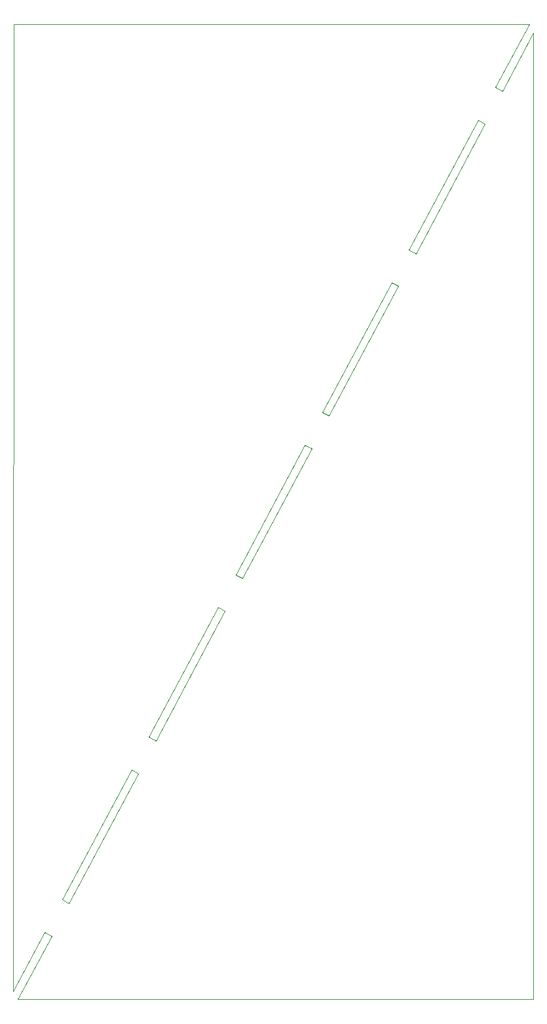
<source format=gbr>
G04 #@! TF.GenerationSoftware,KiCad,Pcbnew,5.1.4-e60b266~84~ubuntu18.04.1*
G04 #@! TF.CreationDate,2019-08-23T14:34:05+02:00*
G04 #@! TF.ProjectId,bcc1,62636331-2e6b-4696-9361-645f70636258,rev?*
G04 #@! TF.SameCoordinates,Original*
G04 #@! TF.FileFunction,Profile,NP*
%FSLAX46Y46*%
G04 Gerber Fmt 4.6, Leading zero omitted, Abs format (unit mm)*
G04 Created by KiCad (PCBNEW 5.1.4-e60b266~84~ubuntu18.04.1) date 2019-08-23 14:34:05*
%MOMM*%
%LPD*%
G04 APERTURE LIST*
%ADD10C,0.100000*%
G04 APERTURE END LIST*
D10*
X110940613Y-36919969D02*
X110058469Y-36448989D01*
X110058469Y-36448989D02*
X101109855Y-53209726D01*
X101109855Y-53209726D02*
X101991999Y-53680706D01*
X101991999Y-53680706D02*
X110940613Y-36919969D01*
X99738361Y-57901765D02*
X98856217Y-57430785D01*
X98856217Y-57430785D02*
X89907602Y-74191522D01*
X89907602Y-74191522D02*
X90789747Y-74662502D01*
X90789747Y-74662502D02*
X99738361Y-57901765D01*
X88536109Y-78883561D02*
X87653965Y-78412582D01*
X87653965Y-78412582D02*
X78705350Y-95173319D01*
X78705350Y-95173319D02*
X79587494Y-95644298D01*
X79587494Y-95644298D02*
X88536109Y-78883561D01*
X77333856Y-99865357D02*
X76451712Y-99394378D01*
X76451712Y-99394378D02*
X67503098Y-116155115D01*
X67503098Y-116155115D02*
X68385242Y-116626094D01*
X68385242Y-116626094D02*
X77333856Y-99865357D01*
X66131604Y-120847154D02*
X65249460Y-120376174D01*
X65249460Y-120376174D02*
X56300846Y-137136911D01*
X56300846Y-137136911D02*
X57182990Y-137607891D01*
X57182990Y-137607891D02*
X66131604Y-120847154D01*
X117211398Y-35430307D02*
X117190000Y-150000000D01*
X117190000Y-150000000D02*
X50566800Y-150000000D01*
X50566800Y-150000000D02*
X54929352Y-141828950D01*
X54929352Y-141828950D02*
X54047208Y-141357970D01*
X54047208Y-141357970D02*
X50000198Y-148938012D01*
X50000198Y-148938012D02*
X50001740Y-140678914D01*
X50001740Y-140678914D02*
X50002114Y-138678917D01*
X50002114Y-138678917D02*
X50023513Y-24109223D01*
X50023513Y-24109223D02*
X116646712Y-24109223D01*
X116646712Y-24109223D02*
X112312107Y-32227930D01*
X112312107Y-32227930D02*
X113194251Y-32698910D01*
X113194251Y-32698910D02*
X117213314Y-25171212D01*
X117213314Y-25171212D02*
X117211772Y-33430310D01*
X117211772Y-33430310D02*
X117213050Y-35430309D01*
X117213050Y-35430309D02*
X117211398Y-35430307D01*
M02*

</source>
